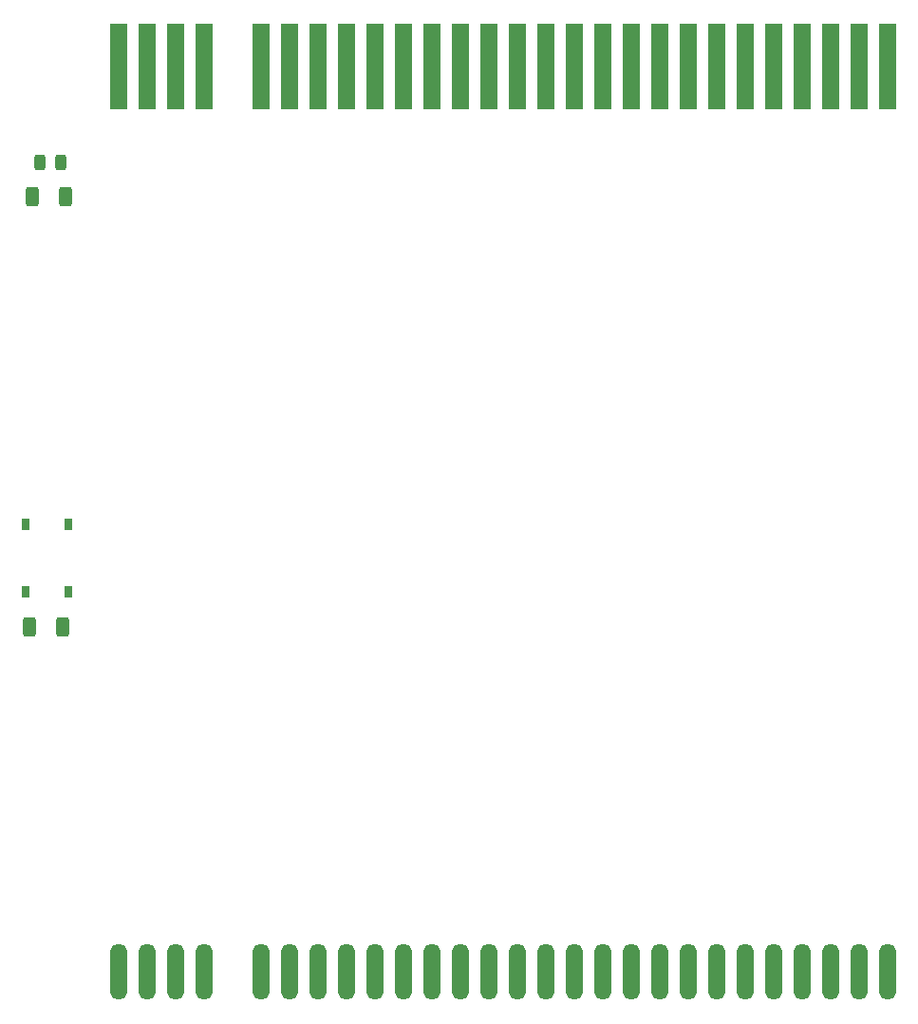
<source format=gbr>
%TF.GenerationSoftware,KiCad,Pcbnew,8.0.0*%
%TF.CreationDate,2024-02-29T19:57:34+01:00*%
%TF.ProjectId,ZX Spectrum_ BUS Expander,5a582053-7065-4637-9472-756d2c204255,rev?*%
%TF.SameCoordinates,Original*%
%TF.FileFunction,Paste,Top*%
%TF.FilePolarity,Positive*%
%FSLAX46Y46*%
G04 Gerber Fmt 4.6, Leading zero omitted, Abs format (unit mm)*
G04 Created by KiCad (PCBNEW 8.0.0) date 2024-02-29 19:57:34*
%MOMM*%
%LPD*%
G01*
G04 APERTURE LIST*
G04 Aperture macros list*
%AMRoundRect*
0 Rectangle with rounded corners*
0 $1 Rounding radius*
0 $2 $3 $4 $5 $6 $7 $8 $9 X,Y pos of 4 corners*
0 Add a 4 corners polygon primitive as box body*
4,1,4,$2,$3,$4,$5,$6,$7,$8,$9,$2,$3,0*
0 Add four circle primitives for the rounded corners*
1,1,$1+$1,$2,$3*
1,1,$1+$1,$4,$5*
1,1,$1+$1,$6,$7*
1,1,$1+$1,$8,$9*
0 Add four rect primitives between the rounded corners*
20,1,$1+$1,$2,$3,$4,$5,0*
20,1,$1+$1,$4,$5,$6,$7,0*
20,1,$1+$1,$6,$7,$8,$9,0*
20,1,$1+$1,$8,$9,$2,$3,0*%
G04 Aperture macros list end*
%ADD10RoundRect,0.250000X-0.312500X-0.625000X0.312500X-0.625000X0.312500X0.625000X-0.312500X0.625000X0*%
%ADD11RoundRect,0.762000X0.000000X-1.738000X0.000000X-1.738000X0.000000X1.738000X0.000000X1.738000X0*%
%ADD12R,1.524000X7.620000*%
%ADD13RoundRect,0.243750X-0.243750X-0.456250X0.243750X-0.456250X0.243750X0.456250X-0.243750X0.456250X0*%
%ADD14R,0.750000X1.000000*%
G04 APERTURE END LIST*
D10*
%TO.C,R1*%
X97536000Y-105664000D03*
X100461000Y-105664000D03*
%TD*%
D11*
%TO.C,Z1*%
X105486200Y-136398000D03*
X108026200Y-136398000D03*
X110566200Y-136398000D03*
X113106200Y-136398000D03*
X118186200Y-136398000D03*
X120726200Y-136398000D03*
X123266200Y-136398000D03*
X125806200Y-136398000D03*
X128346200Y-136398000D03*
X130886200Y-136398000D03*
X133426200Y-136398000D03*
X135966200Y-136398000D03*
X138506200Y-136398000D03*
X141046200Y-136398000D03*
X143586200Y-136398000D03*
X146126200Y-136398000D03*
X148666200Y-136398000D03*
X151206200Y-136398000D03*
X153746200Y-136398000D03*
X156286200Y-136398000D03*
X158826200Y-136398000D03*
X161366200Y-136398000D03*
X163906200Y-136398000D03*
X166446200Y-136398000D03*
X168986200Y-136398000D03*
X171526200Y-136398000D03*
X174066200Y-136398000D03*
%TD*%
D12*
%TO.C,Z2*%
X105486200Y-55753000D03*
X108026200Y-55753000D03*
X110566200Y-55753000D03*
X113106200Y-55753000D03*
X118186200Y-55753000D03*
X120726200Y-55753000D03*
X123266200Y-55753000D03*
X125806200Y-55753000D03*
X128346200Y-55753000D03*
X130886200Y-55753000D03*
X133426200Y-55753000D03*
X135966200Y-55753000D03*
X138506200Y-55753000D03*
X141046200Y-55753000D03*
X143586200Y-55753000D03*
X146126200Y-55753000D03*
X148666200Y-55753000D03*
X151206200Y-55753000D03*
X153746200Y-55753000D03*
X156286200Y-55753000D03*
X158826200Y-55753000D03*
X161366200Y-55753000D03*
X163906200Y-55753000D03*
X166446200Y-55753000D03*
X168986200Y-55753000D03*
X171526200Y-55753000D03*
X174066200Y-55753000D03*
%TD*%
D13*
%TO.C,D1*%
X98393500Y-64262000D03*
X100268500Y-64262000D03*
%TD*%
D10*
%TO.C,R2*%
X97790000Y-67310000D03*
X100715000Y-67310000D03*
%TD*%
D14*
%TO.C,SW1*%
X97198800Y-102568000D03*
X97198800Y-96568000D03*
X100948800Y-102568000D03*
X100948800Y-96568000D03*
%TD*%
M02*

</source>
